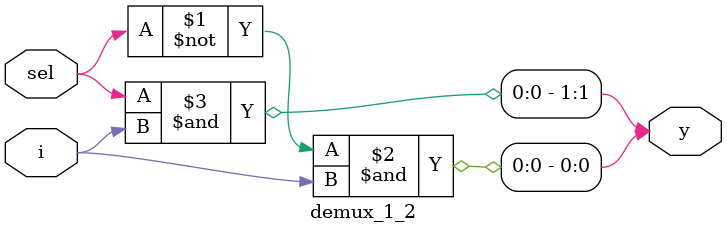
<source format=v>
`timescale 1ns / 1ps

/**
 * 1-to-2 Demultiplexer (DEMUX)
 * Selects one of two output lines (y[1:0]) to receive the input signal (i).
 */
module demux_1_2(
    input sel, // Select line
    input i,   // Data input
    output [1:0] y // 2-bit output (y[1], y[0])
);

    // Logic:
    // y[0] gets the input 'i' if 'sel' is 0
    assign y[0] = (~sel) & i;
    
    // y[1] gets the input 'i' if 'sel' is 1
    assign y[1] = sel & i;

endmodule
</source>
